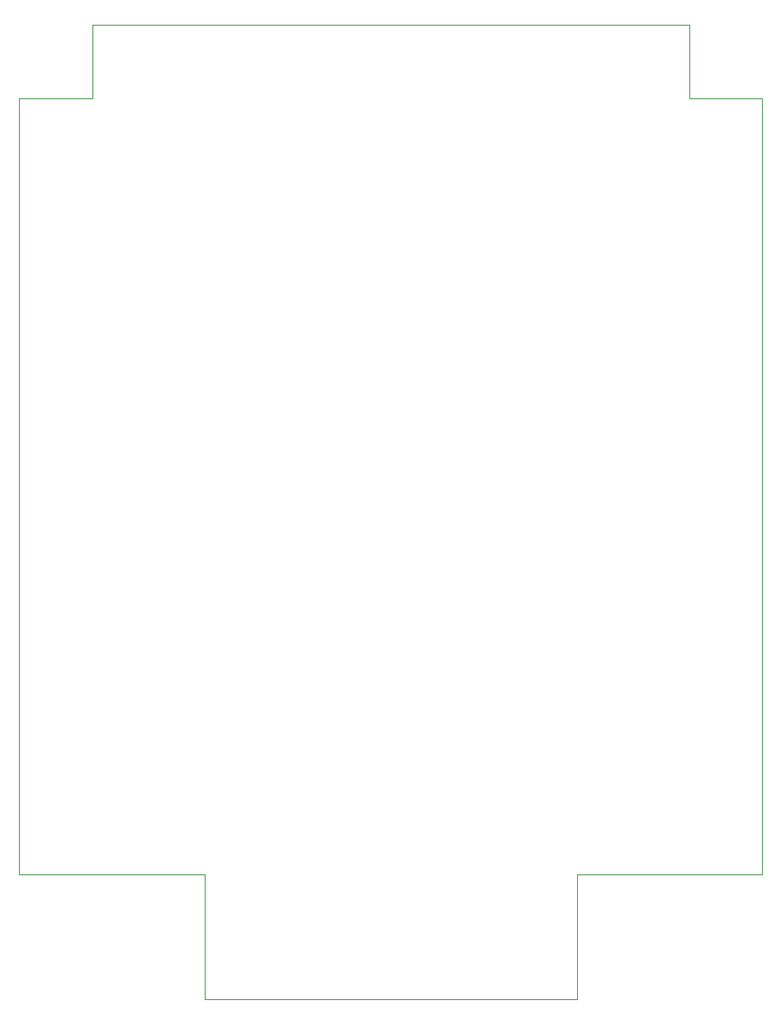
<source format=gm1>
%TF.GenerationSoftware,KiCad,Pcbnew,8.0.4*%
%TF.CreationDate,2024-09-06T01:45:46+10:00*%
%TF.ProjectId,PCB,5043422e-6b69-4636-9164-5f7063625858,rev?*%
%TF.SameCoordinates,Original*%
%TF.FileFunction,Profile,NP*%
%FSLAX46Y46*%
G04 Gerber Fmt 4.6, Leading zero omitted, Abs format (unit mm)*
G04 Created by KiCad (PCBNEW 8.0.4) date 2024-09-06 01:45:46*
%MOMM*%
%LPD*%
G01*
G04 APERTURE LIST*
%TA.AperFunction,Profile*%
%ADD10C,0.100000*%
%TD*%
G04 APERTURE END LIST*
D10*
X168395000Y-51315000D02*
X175895000Y-51315000D01*
X156895000Y-130815000D02*
X175895000Y-130815000D01*
X168395000Y-51315000D02*
X168395000Y-43815000D01*
X99695000Y-51315000D02*
X99695000Y-130815000D01*
X118695000Y-130815000D02*
X118695000Y-143615000D01*
X99695000Y-51315000D02*
X107195000Y-51315000D01*
X99695000Y-130815000D02*
X118695000Y-130815000D01*
X107195000Y-51315000D02*
X107195000Y-43815000D01*
X175895000Y-51315000D02*
X175895000Y-130815000D01*
X107195000Y-43815000D02*
X168395000Y-43815000D01*
X156895000Y-130815000D02*
X156895000Y-143615000D01*
X118695000Y-143615000D02*
X156895000Y-143615000D01*
M02*

</source>
